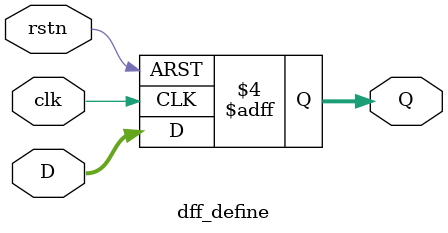
<source format=v>
module dff_define (Q, clk, D,rstn);
  parameter WIDTH=32;

   output reg [WIDTH-1:0] Q;
   input  clk;
   input [WIDTH-1:0]  D;
	input rstn;
	
	always @(negedge clk or negedge rstn) begin

	if(~rstn ==1'b1) begin 
		Q<=0;
		end
	else Q<=D;

end


endmodule
</source>
